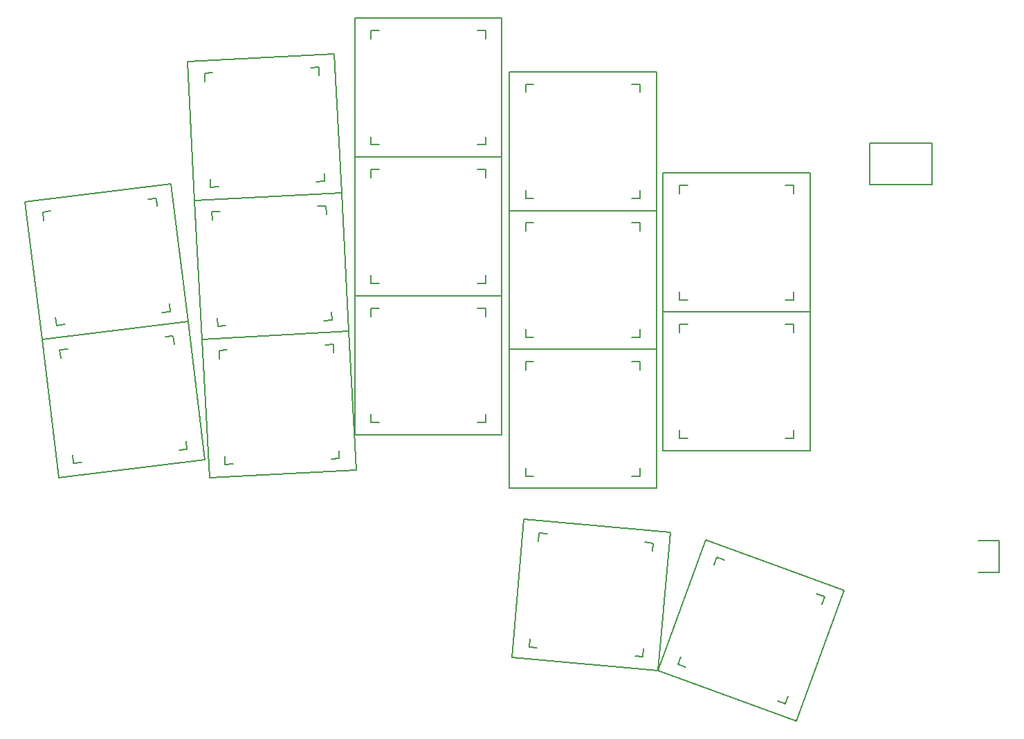
<source format=gbr>
%TF.GenerationSoftware,KiCad,Pcbnew,(6.0.4)*%
%TF.CreationDate,2022-05-17T22:37:58+02:00*%
%TF.ProjectId,battoota,62617474-6f6f-4746-912e-6b696361645f,v1.0.0*%
%TF.SameCoordinates,Original*%
%TF.FileFunction,OtherDrawing,Comment*%
%FSLAX46Y46*%
G04 Gerber Fmt 4.6, Leading zero omitted, Abs format (unit mm)*
G04 Created by KiCad (PCBNEW (6.0.4)) date 2022-05-17 22:37:58*
%MOMM*%
%LPD*%
G01*
G04 APERTURE LIST*
%ADD10C,0.150000*%
G04 APERTURE END LIST*
D10*
%TO.C,T1*%
X166350140Y53894619D02*
X163850140Y53894619D01*
X163850140Y57794619D02*
X166350140Y57794619D01*
X166350140Y57794619D02*
X166350140Y53894619D01*
%TO.C,S11*%
X69168585Y114013897D02*
X69116249Y115012526D01*
X83097062Y115745229D02*
X83149398Y114746600D01*
X83777429Y102763045D02*
X83829765Y101764416D01*
X82831136Y101712080D02*
X83829765Y101764416D01*
X69848952Y101031713D02*
X70847581Y101084049D01*
X85905528Y100371144D02*
X67930197Y99429096D01*
X70114878Y115064862D02*
X69116249Y115012526D01*
X83097062Y115745229D02*
X82098433Y115692893D01*
X85015817Y117347846D02*
X85905528Y100371144D01*
X67040486Y116405798D02*
X85015817Y117347846D01*
X67930197Y99429096D02*
X67040486Y116405798D01*
X69848952Y101031713D02*
X69796616Y102030342D01*
%TO.C,S34*%
X144982406Y50954376D02*
X144640386Y50014684D01*
X130460355Y57836238D02*
X147374822Y51679875D01*
X147374822Y51679875D02*
X141560479Y35705100D01*
X127038428Y42586962D02*
X127978120Y42244942D01*
X131484690Y54802966D02*
X131826710Y55742658D01*
X124646012Y41861463D02*
X130460355Y57836238D01*
X144982406Y50954376D02*
X144042714Y51296396D01*
X141560479Y35705100D02*
X124646012Y41861463D01*
X139254432Y38140700D02*
X140194124Y37798680D01*
X140536144Y38738372D02*
X140194124Y37798680D01*
X127038428Y42586962D02*
X127380448Y43526654D01*
X132766402Y55400638D02*
X131826710Y55742658D01*
%TO.C,S15*%
X105495817Y87746989D02*
X87495817Y87746989D01*
X87495817Y104746989D02*
X105495817Y104746989D01*
X103495817Y103246989D02*
X103495817Y102246989D01*
X103495817Y103246989D02*
X102495817Y103246989D01*
X87495817Y87746989D02*
X87495817Y104746989D01*
X102495817Y89246989D02*
X103495817Y89246989D01*
X105495817Y104746989D02*
X105495817Y87746989D01*
X103495817Y90246989D02*
X103495817Y89246989D01*
X89495817Y89246989D02*
X89495817Y90246989D01*
X89495817Y89246989D02*
X90495817Y89246989D01*
X89495817Y102246989D02*
X89495817Y103246989D01*
X90495817Y103246989D02*
X89495817Y103246989D01*
%TO.C,S21*%
X124411087Y81186017D02*
X106411087Y81186017D01*
X109411087Y96686017D02*
X108411087Y96686017D01*
X122411087Y83686017D02*
X122411087Y82686017D01*
X124411087Y98186017D02*
X124411087Y81186017D01*
X106411087Y81186017D02*
X106411087Y98186017D01*
X122411087Y96686017D02*
X122411087Y95686017D01*
X121411087Y82686017D02*
X122411087Y82686017D01*
X108411087Y95686017D02*
X108411087Y96686017D01*
X122411087Y96686017D02*
X121411087Y96686017D01*
X108411087Y82686017D02*
X108411087Y83686017D01*
X108411087Y82686017D02*
X109411087Y82686017D01*
X106411087Y98186017D02*
X124411087Y98186017D01*
%TO.C,S8*%
X71894302Y81111458D02*
X70895673Y81059122D01*
X87684952Y66417740D02*
X69709621Y65475692D01*
X84876486Y81791825D02*
X84928822Y80793196D01*
X69709621Y65475692D02*
X68819910Y82452394D01*
X84610560Y67758676D02*
X85609189Y67811012D01*
X85556853Y68809641D02*
X85609189Y67811012D01*
X86795241Y83394442D02*
X87684952Y66417740D01*
X68819910Y82452394D02*
X86795241Y83394442D01*
X70948009Y80060493D02*
X70895673Y81059122D01*
X84876486Y81791825D02*
X83877857Y81739489D01*
X71628376Y67078309D02*
X72627005Y67130645D01*
X71628376Y67078309D02*
X71576040Y68076938D01*
%TO.C,S14*%
X89495817Y72246989D02*
X89495817Y73246989D01*
X105495817Y70746989D02*
X87495817Y70746989D01*
X105495817Y87746989D02*
X105495817Y70746989D01*
X87495817Y87746989D02*
X105495817Y87746989D01*
X90495817Y86246989D02*
X89495817Y86246989D01*
X103495817Y86246989D02*
X102495817Y86246989D01*
X87495817Y70746989D02*
X87495817Y87746989D01*
X89495817Y85246989D02*
X89495817Y86246989D01*
X89495817Y72246989D02*
X90495817Y72246989D01*
X103495817Y86246989D02*
X103495817Y85246989D01*
X102495817Y72246989D02*
X103495817Y72246989D01*
X103495817Y73246989D02*
X103495817Y72246989D01*
%TO.C,S20*%
X108411087Y78686017D02*
X108411087Y79686017D01*
X122411087Y66686017D02*
X122411087Y65686017D01*
X106411087Y64186017D02*
X106411087Y81186017D01*
X106411087Y81186017D02*
X124411087Y81186017D01*
X109411087Y79686017D02*
X108411087Y79686017D01*
X122411087Y79686017D02*
X122411087Y78686017D01*
X122411087Y79686017D02*
X121411087Y79686017D01*
X121411087Y65686017D02*
X122411087Y65686017D01*
X124411087Y81186017D02*
X124411087Y64186017D01*
X124411087Y64186017D02*
X106411087Y64186017D01*
X108411087Y65686017D02*
X108411087Y66686017D01*
X108411087Y65686017D02*
X109411087Y65686017D01*
%TO.C,S28*%
X141218280Y84278852D02*
X140218280Y84278852D01*
X140218280Y70278852D02*
X141218280Y70278852D01*
X128218280Y84278852D02*
X127218280Y84278852D01*
X127218280Y83278852D02*
X127218280Y84278852D01*
X143218280Y68778852D02*
X125218280Y68778852D01*
X143218280Y85778852D02*
X143218280Y68778852D01*
X141218280Y84278852D02*
X141218280Y83278852D01*
X141218280Y71278852D02*
X141218280Y70278852D01*
X125218280Y85778852D02*
X143218280Y85778852D01*
X125218280Y68778852D02*
X125218280Y85778852D01*
X127218280Y70278852D02*
X128218280Y70278852D01*
X127218280Y70278852D02*
X127218280Y71278852D01*
%TO.C,S29*%
X143218280Y85778852D02*
X125218280Y85778852D01*
X125218280Y102778852D02*
X143218280Y102778852D01*
X140218280Y87278852D02*
X141218280Y87278852D01*
X127218280Y87278852D02*
X128218280Y87278852D01*
X127218280Y100278852D02*
X127218280Y101278852D01*
X141218280Y101278852D02*
X140218280Y101278852D01*
X125218280Y85778852D02*
X125218280Y102778852D01*
X141218280Y101278852D02*
X141218280Y100278852D01*
X141218280Y88278852D02*
X141218280Y87278852D01*
X127218280Y87278852D02*
X127218280Y88278852D01*
X143218280Y102778852D02*
X143218280Y85778852D01*
X128218280Y101278852D02*
X127218280Y101278852D01*
%TO.C,S33*%
X139254432Y38140700D02*
X140194124Y37798680D01*
X144982406Y50954376D02*
X144640386Y50014684D01*
X127038428Y42586962D02*
X127380448Y43526654D01*
X131484690Y54802966D02*
X131826710Y55742658D01*
X124646012Y41861463D02*
X130460355Y57836238D01*
X140536144Y38738372D02*
X140194124Y37798680D01*
X144982406Y50954376D02*
X144042714Y51296396D01*
X130460355Y57836238D02*
X147374822Y51679875D01*
X147374822Y51679875D02*
X141560479Y35705100D01*
X132766402Y55400638D02*
X131826710Y55742658D01*
X127038428Y42586962D02*
X127978120Y42244942D01*
X141560479Y35705100D02*
X124646012Y41861463D01*
%TO.C,S7*%
X84610560Y67758676D02*
X85609189Y67811012D01*
X71628376Y67078309D02*
X72627005Y67130645D01*
X68819910Y82452394D02*
X86795241Y83394442D01*
X71894302Y81111458D02*
X70895673Y81059122D01*
X69709621Y65475692D02*
X68819910Y82452394D01*
X84876486Y81791825D02*
X84928822Y80793196D01*
X87684952Y66417740D02*
X69709621Y65475692D01*
X84876486Y81791825D02*
X83877857Y81739489D01*
X85556853Y68809641D02*
X85609189Y67811012D01*
X86795241Y83394442D02*
X87684952Y66417740D01*
X71628376Y67078309D02*
X71576040Y68076938D01*
X70948009Y80060493D02*
X70895673Y81059122D01*
%TO.C,T2*%
X166350140Y53894619D02*
X163850140Y53894619D01*
X166350140Y57794619D02*
X166350140Y53894619D01*
X163850140Y57794619D02*
X166350140Y57794619D01*
%TO.C,S5*%
X64803921Y86811996D02*
X64925790Y85819450D01*
X63933244Y85697581D02*
X64925790Y85819450D01*
X50316520Y98130795D02*
X49323974Y98008926D01*
X47156077Y99254006D02*
X65021908Y101447654D01*
X49445843Y97016380D02*
X49323974Y98008926D01*
X51030144Y84113280D02*
X52022690Y84235149D01*
X63219620Y99715096D02*
X63341489Y98722550D01*
X65021908Y101447654D02*
X67093687Y84574370D01*
X67093687Y84574370D02*
X49227856Y82380722D01*
X49227856Y82380722D02*
X47156077Y99254006D01*
X51030144Y84113280D02*
X50908275Y85105826D01*
X63219620Y99715096D02*
X62227074Y99593227D01*
%TO.C,S27*%
X125218280Y68778852D02*
X125218280Y85778852D01*
X125218280Y85778852D02*
X143218280Y85778852D01*
X143218280Y85778852D02*
X143218280Y68778852D01*
X127218280Y83278852D02*
X127218280Y84278852D01*
X141218280Y71278852D02*
X141218280Y70278852D01*
X141218280Y84278852D02*
X140218280Y84278852D01*
X128218280Y84278852D02*
X127218280Y84278852D01*
X127218280Y70278852D02*
X128218280Y70278852D01*
X127218280Y70278852D02*
X127218280Y71278852D01*
X143218280Y68778852D02*
X125218280Y68778852D01*
X140218280Y70278852D02*
X141218280Y70278852D01*
X141218280Y84278852D02*
X141218280Y83278852D01*
%TO.C,S9*%
X83986774Y98768527D02*
X84039110Y97769898D01*
X85905529Y100371144D02*
X86795240Y83394442D01*
X67930198Y99429096D02*
X85905529Y100371144D01*
X84667141Y85786343D02*
X84719477Y84787714D01*
X70738664Y84055011D02*
X71737293Y84107347D01*
X83986774Y98768527D02*
X82988145Y98716191D01*
X83720848Y84735378D02*
X84719477Y84787714D01*
X68819909Y82452394D02*
X67930198Y99429096D01*
X70738664Y84055011D02*
X70686328Y85053640D01*
X70058297Y97037195D02*
X70005961Y98035824D01*
X86795240Y83394442D02*
X68819909Y82452394D01*
X71004590Y98088160D02*
X70005961Y98035824D01*
%TO.C,S16*%
X90495817Y103246989D02*
X89495817Y103246989D01*
X102495817Y89246989D02*
X103495817Y89246989D01*
X103495817Y103246989D02*
X102495817Y103246989D01*
X103495817Y103246989D02*
X103495817Y102246989D01*
X89495817Y89246989D02*
X89495817Y90246989D01*
X89495817Y102246989D02*
X89495817Y103246989D01*
X87495817Y87746989D02*
X87495817Y104746989D01*
X105495817Y104746989D02*
X105495817Y87746989D01*
X105495817Y87746989D02*
X87495817Y87746989D01*
X103495817Y90246989D02*
X103495817Y89246989D01*
X89495817Y89246989D02*
X90495817Y89246989D01*
X87495817Y104746989D02*
X105495817Y104746989D01*
%TO.C,S30*%
X140218280Y87278852D02*
X141218280Y87278852D01*
X141218280Y88278852D02*
X141218280Y87278852D01*
X125218280Y85778852D02*
X125218280Y102778852D01*
X127218280Y87278852D02*
X128218280Y87278852D01*
X127218280Y100278852D02*
X127218280Y101278852D01*
X125218280Y102778852D02*
X143218280Y102778852D01*
X127218280Y87278852D02*
X127218280Y88278852D01*
X141218280Y101278852D02*
X141218280Y100278852D01*
X143218280Y85778852D02*
X125218280Y85778852D01*
X143218280Y102778852D02*
X143218280Y85778852D01*
X128218280Y101278852D02*
X127218280Y101278852D01*
X141218280Y101278852D02*
X140218280Y101278852D01*
%TO.C,S13*%
X90495817Y86246989D02*
X89495817Y86246989D01*
X103495817Y86246989D02*
X103495817Y85246989D01*
X103495817Y73246989D02*
X103495817Y72246989D01*
X87495817Y70746989D02*
X87495817Y87746989D01*
X105495817Y87746989D02*
X105495817Y70746989D01*
X89495817Y72246989D02*
X89495817Y73246989D01*
X105495817Y70746989D02*
X87495817Y70746989D01*
X89495817Y72246989D02*
X90495817Y72246989D01*
X89495817Y85246989D02*
X89495817Y86246989D01*
X103495817Y86246989D02*
X102495817Y86246989D01*
X102495817Y72246989D02*
X103495817Y72246989D01*
X87495817Y87746989D02*
X105495817Y87746989D01*
%TO.C,S24*%
X124411087Y115186017D02*
X124411087Y98186017D01*
X122411087Y113686017D02*
X122411087Y112686017D01*
X106411087Y98186017D02*
X106411087Y115186017D01*
X108411087Y112686017D02*
X108411087Y113686017D01*
X121411087Y99686017D02*
X122411087Y99686017D01*
X108411087Y99686017D02*
X109411087Y99686017D01*
X109411087Y113686017D02*
X108411087Y113686017D01*
X122411087Y113686017D02*
X121411087Y113686017D01*
X108411087Y99686017D02*
X108411087Y100686017D01*
X106411087Y115186017D02*
X124411087Y115186017D01*
X122411087Y100686017D02*
X122411087Y99686017D01*
X124411087Y98186017D02*
X106411087Y98186017D01*
%TO.C,S17*%
X103495818Y107246989D02*
X103495818Y106246989D01*
X87495818Y104746989D02*
X87495818Y121746989D01*
X102495818Y106246989D02*
X103495818Y106246989D01*
X90495818Y120246989D02*
X89495818Y120246989D01*
X105495818Y104746989D02*
X87495818Y104746989D01*
X89495818Y106246989D02*
X90495818Y106246989D01*
X89495818Y106246989D02*
X89495818Y107246989D01*
X105495818Y121746989D02*
X105495818Y104746989D01*
X89495818Y119246989D02*
X89495818Y120246989D01*
X103495818Y120246989D02*
X102495818Y120246989D01*
X87495818Y121746989D02*
X105495818Y121746989D01*
X103495818Y120246989D02*
X103495818Y119246989D01*
%TO.C,S4*%
X67093687Y84574368D02*
X69165466Y67701084D01*
X52388299Y81257509D02*
X51395753Y81135640D01*
X53101923Y67239994D02*
X54094469Y67361863D01*
X66005023Y68824295D02*
X66997569Y68946164D01*
X49227856Y82380720D02*
X67093687Y84574368D01*
X51299635Y65507436D02*
X49227856Y82380720D01*
X51517622Y80143094D02*
X51395753Y81135640D01*
X53101923Y67239994D02*
X52980054Y68232540D01*
X66875700Y69938710D02*
X66997569Y68946164D01*
X65291399Y82841810D02*
X65413268Y81849264D01*
X69165466Y67701084D02*
X51299635Y65507436D01*
X65291399Y82841810D02*
X64298853Y82719941D01*
%TO.C,S10*%
X86795240Y83394442D02*
X68819909Y82452394D01*
X67930198Y99429096D02*
X85905529Y100371144D01*
X84667141Y85786343D02*
X84719477Y84787714D01*
X70058297Y97037195D02*
X70005961Y98035824D01*
X71004590Y98088160D02*
X70005961Y98035824D01*
X83986774Y98768527D02*
X84039110Y97769898D01*
X83720848Y84735378D02*
X84719477Y84787714D01*
X83986774Y98768527D02*
X82988145Y98716191D01*
X85905529Y100371144D02*
X86795240Y83394442D01*
X70738664Y84055011D02*
X71737293Y84107347D01*
X70738664Y84055011D02*
X70686328Y85053640D01*
X68819909Y82452394D02*
X67930198Y99429096D01*
%TO.C,S22*%
X108411087Y82686017D02*
X109411087Y82686017D01*
X124411087Y81186017D02*
X106411087Y81186017D01*
X122411087Y96686017D02*
X121411087Y96686017D01*
X122411087Y96686017D02*
X122411087Y95686017D01*
X122411087Y83686017D02*
X122411087Y82686017D01*
X106411087Y81186017D02*
X106411087Y98186017D01*
X109411087Y96686017D02*
X108411087Y96686017D01*
X108411087Y82686017D02*
X108411087Y83686017D01*
X121411087Y82686017D02*
X122411087Y82686017D01*
X108411087Y95686017D02*
X108411087Y96686017D01*
X106411087Y98186017D02*
X124411087Y98186017D01*
X124411087Y98186017D02*
X124411087Y81186017D01*
%TO.C,S31*%
X108837631Y44750247D02*
X109833826Y44663092D01*
X121788162Y43617223D02*
X122784357Y43530067D01*
X109970656Y57700778D02*
X110057811Y58696973D01*
X124004537Y57476793D02*
X123917381Y56480598D01*
X106714508Y43430267D02*
X108196156Y60365577D01*
X124646012Y41861463D02*
X106714508Y43430267D01*
X124004537Y57476793D02*
X123008342Y57563948D01*
X122871512Y44526262D02*
X122784357Y43530067D01*
X111054006Y58609817D02*
X110057811Y58696973D01*
X126127660Y58796773D02*
X124646012Y41861463D01*
X108837631Y44750247D02*
X108924787Y45746442D01*
X108196156Y60365577D02*
X126127660Y58796773D01*
%TO.C,MCU1*%
X150547213Y101396542D02*
X150547213Y106476542D01*
X150508690Y101396542D02*
X150508690Y106476542D01*
X158128690Y101396542D02*
X150508690Y101396542D01*
X150547213Y106476542D02*
X158167213Y106476542D01*
X158167213Y106476542D02*
X158167213Y101396542D01*
X158167213Y101396542D02*
X150547213Y101396542D01*
X158128690Y106476542D02*
X158128690Y101396542D01*
%TO.C,S3*%
X52388299Y81257509D02*
X51395753Y81135640D01*
X65291399Y82841810D02*
X64298853Y82719941D01*
X51299635Y65507436D02*
X49227856Y82380720D01*
X53101923Y67239994D02*
X54094469Y67361863D01*
X65291399Y82841810D02*
X65413268Y81849264D01*
X49227856Y82380720D02*
X67093687Y84574368D01*
X51517622Y80143094D02*
X51395753Y81135640D01*
X66005023Y68824295D02*
X66997569Y68946164D01*
X67093687Y84574368D02*
X69165466Y67701084D01*
X53101923Y67239994D02*
X52980054Y68232540D01*
X66875700Y69938710D02*
X66997569Y68946164D01*
X69165466Y67701084D02*
X51299635Y65507436D01*
%TO.C,S32*%
X109970656Y57700778D02*
X110057811Y58696973D01*
X124004537Y57476793D02*
X123008342Y57563948D01*
X108837631Y44750247D02*
X108924787Y45746442D01*
X124646012Y41861463D02*
X106714508Y43430267D01*
X122871512Y44526262D02*
X122784357Y43530067D01*
X121788162Y43617223D02*
X122784357Y43530067D01*
X108837631Y44750247D02*
X109833826Y44663092D01*
X106714508Y43430267D02*
X108196156Y60365577D01*
X124004537Y57476793D02*
X123917381Y56480598D01*
X111054006Y58609817D02*
X110057811Y58696973D01*
X126127660Y58796773D02*
X124646012Y41861463D01*
X108196156Y60365577D02*
X126127660Y58796773D01*
%TO.C,S12*%
X67930197Y99429096D02*
X67040486Y116405798D01*
X67040486Y116405798D02*
X85015817Y117347846D01*
X69168585Y114013897D02*
X69116249Y115012526D01*
X82831136Y101712080D02*
X83829765Y101764416D01*
X83097062Y115745229D02*
X83149398Y114746600D01*
X69848952Y101031713D02*
X70847581Y101084049D01*
X83777429Y102763045D02*
X83829765Y101764416D01*
X83097062Y115745229D02*
X82098433Y115692893D01*
X85015817Y117347846D02*
X85905528Y100371144D01*
X70114878Y115064862D02*
X69116249Y115012526D01*
X69848952Y101031713D02*
X69796616Y102030342D01*
X85905528Y100371144D02*
X67930197Y99429096D01*
%TO.C,S23*%
X121411087Y99686017D02*
X122411087Y99686017D01*
X108411087Y99686017D02*
X108411087Y100686017D01*
X106411087Y115186017D02*
X124411087Y115186017D01*
X122411087Y100686017D02*
X122411087Y99686017D01*
X106411087Y98186017D02*
X106411087Y115186017D01*
X109411087Y113686017D02*
X108411087Y113686017D01*
X122411087Y113686017D02*
X122411087Y112686017D01*
X108411087Y99686017D02*
X109411087Y99686017D01*
X122411087Y113686017D02*
X121411087Y113686017D01*
X124411087Y115186017D02*
X124411087Y98186017D01*
X124411087Y98186017D02*
X106411087Y98186017D01*
X108411087Y112686017D02*
X108411087Y113686017D01*
%TO.C,S6*%
X50316520Y98130795D02*
X49323974Y98008926D01*
X49445843Y97016380D02*
X49323974Y98008926D01*
X63219620Y99715096D02*
X63341489Y98722550D01*
X67093687Y84574370D02*
X49227856Y82380722D01*
X51030144Y84113280D02*
X50908275Y85105826D01*
X47156077Y99254006D02*
X65021908Y101447654D01*
X63933244Y85697581D02*
X64925790Y85819450D01*
X49227856Y82380722D02*
X47156077Y99254006D01*
X65021908Y101447654D02*
X67093687Y84574370D01*
X63219620Y99715096D02*
X62227074Y99593227D01*
X64803921Y86811996D02*
X64925790Y85819450D01*
X51030144Y84113280D02*
X52022690Y84235149D01*
%TO.C,S19*%
X108411087Y65686017D02*
X109411087Y65686017D01*
X121411087Y65686017D02*
X122411087Y65686017D01*
X108411087Y78686017D02*
X108411087Y79686017D01*
X122411087Y79686017D02*
X122411087Y78686017D01*
X124411087Y64186017D02*
X106411087Y64186017D01*
X106411087Y81186017D02*
X124411087Y81186017D01*
X108411087Y65686017D02*
X108411087Y66686017D01*
X124411087Y81186017D02*
X124411087Y64186017D01*
X122411087Y79686017D02*
X121411087Y79686017D01*
X109411087Y79686017D02*
X108411087Y79686017D01*
X122411087Y66686017D02*
X122411087Y65686017D01*
X106411087Y64186017D02*
X106411087Y81186017D01*
%TO.C,S18*%
X89495818Y106246989D02*
X90495818Y106246989D01*
X89495818Y119246989D02*
X89495818Y120246989D01*
X105495818Y121746989D02*
X105495818Y104746989D01*
X90495818Y120246989D02*
X89495818Y120246989D01*
X87495818Y104746989D02*
X87495818Y121746989D01*
X105495818Y104746989D02*
X87495818Y104746989D01*
X102495818Y106246989D02*
X103495818Y106246989D01*
X89495818Y106246989D02*
X89495818Y107246989D01*
X103495818Y107246989D02*
X103495818Y106246989D01*
X103495818Y120246989D02*
X102495818Y120246989D01*
X87495818Y121746989D02*
X105495818Y121746989D01*
X103495818Y120246989D02*
X103495818Y119246989D01*
%TD*%
M02*

</source>
